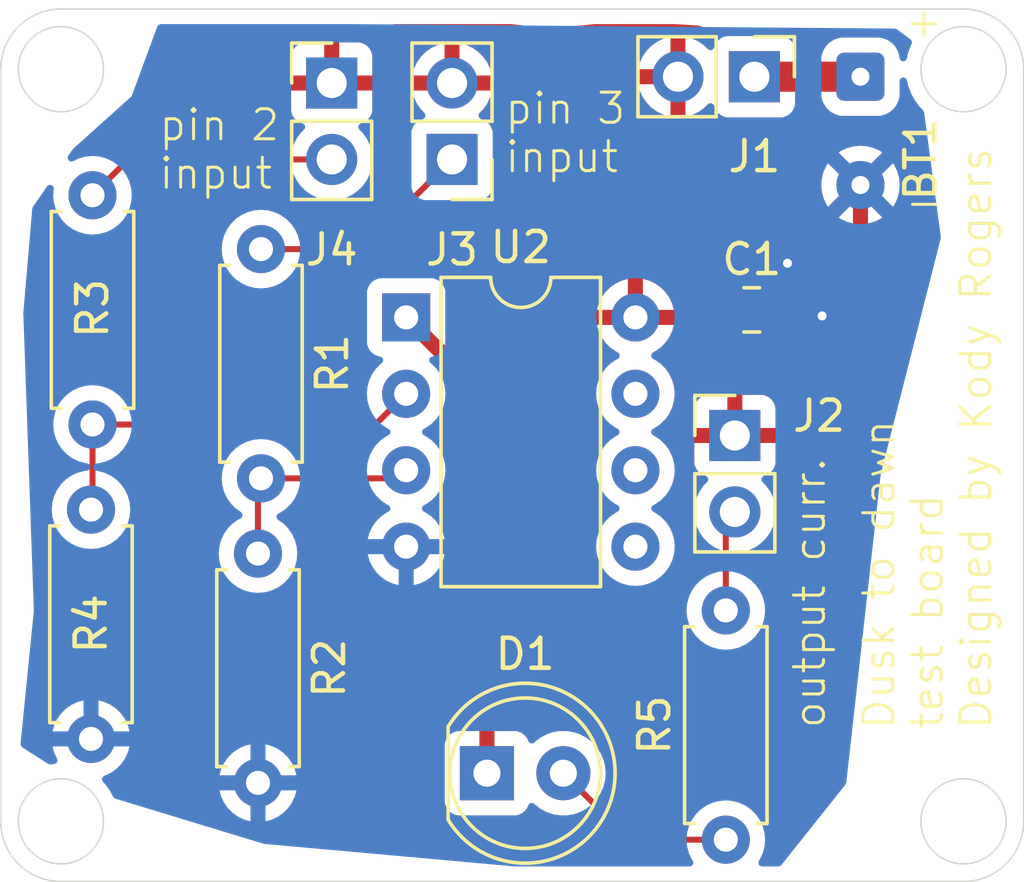
<source format=kicad_pcb>
(kicad_pcb (version 20240108) (generator "pcbnew") (generator_version "8.0")
  (layers (0 "F.Cu" signal) (31 "B.Cu" signal) (34 "B.Paste" user) (35 "F.Paste" user) (36 "B.SilkS" user "B.Silkscreen") (37 "F.SilkS" user "F.Silkscreen") (38 "B.Mask" user) (39 "F.Mask" user) (44 "Edge.Cuts" user))
  (net 0 "")
  (net 1 "GND")
  (net 2 "Net-(D1-A)")
  (net 3 "Net-(J2-Pin_2)")
  (net 4 "Net-(BT1-+)")
  (net 5 "Net-(J3-Pin_1)")
  (net 6 "Net-(J4-Pin_2)")
  (net 7 "3V")
  (net 8 "Net-(D1-K)")
  (net 9 "Net-(U2-+)")
  (net 10 "Net-(U2--)")
  (footprint "Connector_PinHeader_2.54mm:PinHeader_1x02_P2.54mm_Vertical" (layer "F.Cu") (at 170.05 92.25 -90)
    (property "Reference" "J1" (at 2.65 0 0) (layer "F.SilkS"))
    (property "Value" "Conn_01x02_Pin" (hide yes))
    (fp_line (start -1.33 3.87) (end 1.33 3.87) (stroke (width 0.12)) (layer "F.SilkS"))
    (fp_line (start -1.33 1.27) (end -1.33 3.87) (stroke (width 0.12)) (layer "F.SilkS"))
    (fp_line (start -1.33 1.27) (end 1.33 1.27) (stroke (width 0.12)) (layer "F.SilkS"))
    (fp_line (start 1.33 1.27) (end 1.33 3.87) (stroke (width 0.12)) (layer "F.SilkS"))
    (fp_line (start -1.33 0) (end -1.33 -1.33) (stroke (width 0.12)) (layer "F.SilkS"))
    (fp_line (start -1.33 -1.33) (end 0 -1.33) (stroke (width 0.12)) (layer "F.SilkS"))
    (pad "1" thru_hole rect (at 0 0 270) (size 1.7 1.7) (drill 1) (layers "*.Cu" "*.Mask") (net 4 "Net-(BT1-+)"))
    (pad "2" thru_hole oval (at 0 2.54 270) (size 1.7 1.7) (drill 1) (layers "*.Cu" "*.Mask") (net 7 "3V"))
  )
  (footprint "Connector_Wire:SolderWire-0.1sqmm_1x02_P3.6mm_D0.4mm_OD1mm" (layer "F.Cu") (at 173.575 92.25 -90)
    (property "Reference" "BT1" (at 2.75 -2 -90) (layer "F.SilkS"))
    (property "Value" "Battery_Cell" (hide yes))
    (pad "1" thru_hole roundrect (at 0 0 270) (size 1.6 1.6) (drill 0.6) (layers "*.Cu" "*.Mask") (roundrect_rratio 0.15625) (net 4 "Net-(BT1-+)"))
    (pad "2" thru_hole circle (at 3.6 0 270) (size 1.6 1.6) (drill 0.6) (layers "*.Cu" "*.Mask") (net 1 "GND"))
  )
  (footprint "Package_DIP:DIP-8_W7.62mm" (layer "F.Cu") (at 158.475 100.25)
    (property "Reference" "U2" (at 3.81 -2.33 0) (layer "F.SilkS"))
    (property "Value" "TLC372CP")
    (fp_line (start 1.16 -1.33) (end 1.16 8.95) (stroke (width 0.12)) (layer "F.SilkS"))
    (fp_line (start 1.16 8.95) (end 6.46 8.95) (stroke (width 0.12)) (layer "F.SilkS"))
    (fp_line (start 2.81 -1.33) (end 1.16 -1.33) (stroke (width 0.12)) (layer "F.SilkS"))
    (fp_line (start 6.46 -1.33) (end 4.81 -1.33) (stroke (width 0.12)) (layer "F.SilkS"))
    (fp_line (start 6.46 8.95) (end 6.46 -1.33) (stroke (width 0.12)) (layer "F.SilkS"))
    (fp_arc (start 4.81 -1.33) (mid 3.81 -0.33) (end 2.81 -1.33) (stroke (width 0.12)) (layer "F.SilkS"))
    (pad "1" thru_hole rect (at 0 0) (size 1.6 1.6) (drill 0.8) (layers "*.Cu" "*.Mask") (net 8 "Net-(D1-K)"))
    (pad "2" thru_hole oval (at 0 2.54) (size 1.6 1.6) (drill 0.8) (layers "*.Cu" "*.Mask") (net 10 "Net-(U2--)"))
    (pad "3" thru_hole oval (at 0 5.08) (size 1.6 1.6) (drill 0.8) (layers "*.Cu" "*.Mask") (net 9 "Net-(U2-+)"))
    (pad "4" thru_hole oval (at 0 7.62) (size 1.6 1.6) (drill 0.8) (layers "*.Cu" "*.Mask") (net 1 "GND"))
    (pad "5" thru_hole oval (at 7.62 7.62) (size 1.6 1.6) (drill 0.8) (layers "*.Cu" "*.Mask"))
    (pad "6" thru_hole oval (at 7.62 5.08) (size 1.6 1.6) (drill 0.8) (layers "*.Cu" "*.Mask"))
    (pad "7" thru_hole oval (at 7.62 2.54) (size 1.6 1.6) (drill 0.8) (layers "*.Cu" "*.Mask"))
    (pad "8" thru_hole oval (at 7.62 0) (size 1.6 1.6) (drill 0.8) (layers "*.Cu" "*.Mask") (net 7 "3V"))
  )
  (footprint "LED_THT:LED_D5.0mm" (layer "F.Cu") (at 161.16 115.4)
    (property "Reference" "D1" (at 1.27 -3.96 360) (layer "F.SilkS"))
    (property "Value" "LED" (hide yes))
    (fp_line (start -1.29 -1.545) (end -1.29 1.545) (stroke (width 0.12)) (layer "F.SilkS"))
    (fp_arc (start -1.29 -1.54483) (mid 2.072002 -2.880433) (end 4.26 0.000462) (stroke (width 0.12)) (layer "F.SilkS"))
    (fp_arc (start 4.26 -0.000462) (mid 2.072002 2.880433) (end -1.29 1.54483) (stroke (width 0.12)) (layer "F.SilkS"))
    (fp_circle (center 1.27 0) (end 3.77 0) (stroke (width 0.12)) (fill none) (layer "F.SilkS"))
    (pad "1" thru_hole rect (at 0 0) (size 1.8 1.8) (drill 0.9) (layers "*.Cu" "*.Mask") (net 8 "Net-(D1-K)"))
    (pad "2" thru_hole circle (at 2.54 0) (size 1.8 1.8) (drill 0.9) (layers "*.Cu" "*.Mask") (net 2 "Net-(D1-A)"))
  )
  (footprint "Resistor_THT:R_Axial_DIN0207_L6.3mm_D2.5mm_P7.62mm_Horizontal" (layer "F.Cu") (at 148.05 96.19 -90)
    (property "Reference" "R3" (at 3.76 0 90) (layer "F.SilkS"))
    (property "Value" "33k" (hide yes))
    (fp_line (start 0.54 1.37) (end 7.08 1.37) (stroke (width 0.12)) (layer "F.SilkS"))
    (fp_line (start 7.08 1.37) (end 7.08 1.04) (stroke (width 0.12)) (layer "F.SilkS"))
    (fp_line (start 0.54 1.04) (end 0.54 1.37) (stroke (width 0.12)) (layer "F.SilkS"))
    (fp_line (start 0.54 -1.04) (end 0.54 -1.37) (stroke (width 0.12)) (layer "F.SilkS"))
    (fp_line (start 0.54 -1.37) (end 7.08 -1.37) (stroke (width 0.12)) (layer "F.SilkS"))
    (fp_line (start 7.08 -1.37) (end 7.08 -1.04) (stroke (width 0.12)) (layer "F.SilkS"))
    (pad "1" thru_hole circle (at 0 0 270) (size 1.6 1.6) (drill 0.8) (layers "*.Cu" "*.Mask") (net 6 "Net-(J4-Pin_2)"))
    (pad "2" thru_hole oval (at 7.62 0 270) (size 1.6 1.6) (drill 0.8) (layers "*.Cu" "*.Mask") (net 10 "Net-(U2--)"))
  )
  (footprint "Connector_PinHeader_2.54mm:PinHeader_1x02_P2.54mm_Vertical" (layer "F.Cu") (at 156 92.46)
    (property "Reference" "J4" (at 0 5.54 360) (layer "F.SilkS"))
    (property "Value" "Conn_01x02_Pin" (hide yes))
    (fp_line (start -1.33 -1.33) (end 0 -1.33) (stroke (width 0.12)) (layer "F.SilkS"))
    (fp_line (start -1.33 0) (end -1.33 -1.33) (stroke (width 0.12)) (layer "F.SilkS"))
    (fp_line (start -1.33 1.27) (end -1.33 3.87) (stroke (width 0.12)) (layer "F.SilkS"))
    (fp_line (start -1.33 1.27) (end 1.33 1.27) (stroke (width 0.12)) (layer "F.SilkS"))
    (fp_line (start -1.33 3.87) (end 1.33 3.87) (stroke (width 0.12)) (layer "F.SilkS"))
    (fp_line (start 1.33 1.27) (end 1.33 3.87) (stroke (width 0.12)) (layer "F.SilkS"))
    (pad "1" thru_hole rect (at 0 0) (size 1.7 1.7) (drill 1) (layers "*.Cu" "*.Mask") (net 7 "3V"))
    (pad "2" thru_hole oval (at 0 2.54) (size 1.7 1.7) (drill 1) (layers "*.Cu" "*.Mask") (net 6 "Net-(J4-Pin_2)"))
  )
  (footprint "Resistor_THT:R_Axial_DIN0207_L6.3mm_D2.5mm_P7.62mm_Horizontal" (layer "F.Cu") (at 148 106.64 -90)
    (property "Reference" "R4" (at 3.795 0 90) (layer "F.SilkS"))
    (property "Value" "330k" (hide yes))
    (fp_line (start 0.54 1.37) (end 7.08 1.37) (stroke (width 0.12)) (layer "F.SilkS"))
    (fp_line (start 7.08 1.37) (end 7.08 1.04) (stroke (width 0.12)) (layer "F.SilkS"))
    (fp_line (start 0.54 1.04) (end 0.54 1.37) (stroke (width 0.12)) (layer "F.SilkS"))
    (fp_line (start 0.54 -1.04) (end 0.54 -1.37) (stroke (width 0.12)) (layer "F.SilkS"))
    (fp_line (start 0.54 -1.37) (end 7.08 -1.37) (stroke (width 0.12)) (layer "F.SilkS"))
    (fp_line (start 7.08 -1.37) (end 7.08 -1.04) (stroke (width 0.12)) (layer "F.SilkS"))
    (pad "1" thru_hole circle (at 0 0 270) (size 1.6 1.6) (drill 0.8) (layers "*.Cu" "*.Mask") (net 10 "Net-(U2--)"))
    (pad "2" thru_hole oval (at 7.62 0 270) (size 1.6 1.6) (drill 0.8) (layers "*.Cu" "*.Mask") (net 1 "GND"))
  )
  (footprint "Connector_PinHeader_2.54mm:PinHeader_1x02_P2.54mm_Vertical" (layer "F.Cu") (at 169.4 104.175)
    (property "Reference" "J2" (at 2.8 -0.65 360) (layer "F.SilkS"))
    (property "Value" "Conn_01x02_Pin" (hide yes))
    (fp_line (start -1.33 -1.33) (end 0 -1.33) (stroke (width 0.12)) (layer "F.SilkS"))
    (fp_line (start -1.33 0) (end -1.33 -1.33) (stroke (width 0.12)) (layer "F.SilkS"))
    (fp_line (start -1.33 1.27) (end -1.33 3.87) (stroke (width 0.12)) (layer "F.SilkS"))
    (fp_line (start -1.33 1.27) (end 1.33 1.27) (stroke (width 0.12)) (layer "F.SilkS"))
    (fp_line (start -1.33 3.87) (end 1.33 3.87) (stroke (width 0.12)) (layer "F.SilkS"))
    (fp_line (start 1.33 1.27) (end 1.33 3.87) (stroke (width 0.12)) (layer "F.SilkS"))
    (pad "1" thru_hole rect (at 0 0) (size 1.7 1.7) (drill 1) (layers "*.Cu" "*.Mask") (net 7 "3V"))
    (pad "2" thru_hole oval (at 0 2.54) (size 1.7 1.7) (drill 1) (layers "*.Cu" "*.Mask") (net 3 "Net-(J2-Pin_2)"))
  )
  (footprint "Resistor_THT:R_Axial_DIN0207_L6.3mm_D2.5mm_P7.62mm_Horizontal" (layer "F.Cu") (at 153.65 97.98 -90)
    (property "Reference" "R1" (at 3.81 -2.37 90) (layer "F.SilkS"))
    (property "Value" "R_Photo")
    (fp_line (start 0.54 1.37) (end 7.08 1.37) (stroke (width 0.12)) (layer "F.SilkS"))
    (fp_line (start 7.08 1.37) (end 7.08 1.04) (stroke (width 0.12)) (layer "F.SilkS"))
    (fp_line (start 0.54 1.04) (end 0.54 1.37) (stroke (width 0.12)) (layer "F.SilkS"))
    (fp_line (start 0.54 -1.04) (end 0.54 -1.37) (stroke (width 0.12)) (layer "F.SilkS"))
    (fp_line (start 0.54 -1.37) (end 7.08 -1.37) (stroke (width 0.12)) (layer "F.SilkS"))
    (fp_line (start 7.08 -1.37) (end 7.08 -1.04) (stroke (width 0.12)) (layer "F.SilkS"))
    (pad "1" thru_hole circle (at 0 0 270) (size 1.6 1.6) (drill 0.8) (layers "*.Cu" "*.Mask") (net 5 "Net-(J3-Pin_1)"))
    (pad "2" thru_hole oval (at 7.62 0 270) (size 1.6 1.6) (drill 0.8) (layers "*.Cu" "*.Mask") (net 9 "Net-(U2-+)"))
  )
  (footprint "Resistor_THT:R_Axial_DIN0207_L6.3mm_D2.5mm_P7.62mm_Horizontal" (layer "F.Cu") (at 169.1 117.61 90)
    (property "Reference" "R5" (at 3.81 -2.37 90) (layer "F.SilkS"))
    (property "Value" "680")
    (fp_line (start 7.08 -1.37) (end 7.08 -1.04) (stroke (width 0.12)) (layer "F.SilkS"))
    (fp_line (start 0.54 -1.37) (end 7.08 -1.37) (stroke (width 0.12)) (layer "F.SilkS"))
    (fp_line (start 0.54 -1.04) (end 0.54 -1.37) (stroke (width 0.12)) (layer "F.SilkS"))
    (fp_line (start 0.54 1.04) (end 0.54 1.37) (stroke (width 0.12)) (layer "F.SilkS"))
    (fp_line (start 7.08 1.37) (end 7.08 1.04) (stroke (width 0.12)) (layer "F.SilkS"))
    (fp_line (start 0.54 1.37) (end 7.08 1.37) (stroke (width 0.12)) (layer "F.SilkS"))
    (pad "1" thru_hole circle (at 0 0 90) (size 1.6 1.6) (drill 0.8) (layers "*.Cu" "*.Mask") (net 2 "Net-(D1-A)"))
    (pad "2" thru_hole oval (at 7.62 0 90) (size 1.6 1.6) (drill 0.8) (layers "*.Cu" "*.Mask") (net 3 "Net-(J2-Pin_2)"))
  )
  (footprint "Resistor_THT:R_Axial_DIN0207_L6.3mm_D2.5mm_P7.62mm_Horizontal" (layer "F.Cu") (at 153.55 108.1 -90)
    (property "Reference" "R2" (at 3.81 -2.37 90) (layer "F.SilkS"))
    (property "Value" "330k" (hide yes))
    (fp_line (start 0.54 1.37) (end 7.08 1.37) (stroke (width 0.12)) (layer "F.SilkS"))
    (fp_line (start 7.08 1.37) (end 7.08 1.04) (stroke (width 0.12)) (layer "F.SilkS"))
    (fp_line (start 0.54 1.04) (end 0.54 1.37) (stroke (width 0.12)) (layer "F.SilkS"))
    (fp_line (start 0.54 -1.04) (end 0.54 -1.37) (stroke (width 0.12)) (layer "F.SilkS"))
    (fp_line (start 0.54 -1.37) (end 7.08 -1.37) (stroke (width 0.12)) (layer "F.SilkS"))
    (fp_line (start 7.08 -1.37) (end 7.08 -1.04) (stroke (width 0.12)) (layer "F.SilkS"))
    (pad "1" thru_hole circle (at 0 0 270) (size 1.6 1.6) (drill 0.8) (layers "*.Cu" "*.Mask") (net 9 "Net-(U2-+)"))
    (pad "2" thru_hole oval (at 7.62 0 270) (size 1.6 1.6) (drill 0.8) (layers "*.Cu" "*.Mask") (net 1 "GND"))
  )
  (footprint "Capacitor_SMD:C_0805_2012Metric_Pad1.18x1.45mm_HandSolder" (layer "F.Cu") (at 169.9625 100)
    (property "Reference" "C1" (at 0 -1.68 360) (layer "F.SilkS"))
    (property "Value" "0.01u")
    (fp_line (start -0.261252 -0.735) (end 0.261252 -0.735) (stroke (width 0.12)) (layer "F.SilkS"))
    (fp_line (start -0.261252 0.735) (end 0.261252 0.735) (stroke (width 0.12)) (layer "F.SilkS"))
    (pad "1" smd roundrect (at -1.0375 0) (size 1.175 1.45) (layers "F.Cu" "F.Paste" "F.Mask") (roundrect_rratio 0.212766) (net 7 "3V"))
    (pad "2" smd roundrect (at 1.0375 0) (size 1.175 1.45) (layers "F.Cu" "F.Paste" "F.Mask") (roundrect_rratio 0.212766) (net 1 "GND"))
  )
  (footprint "Connector_PinHeader_2.54mm:PinHeader_1x02_P2.54mm_Vertical" (layer "F.Cu") (at 160 95 180)
    (property "Reference" "J3" (at 0 -3 360) (layer "F.SilkS"))
    (property "Value" "Conn_01x02_Pin" (hide yes))
    (fp_line (start 1.33 1.27) (end 1.33 3.87) (stroke (width 0.12)) (layer "F.SilkS"))
    (fp_line (start -1.33 3.87) (end 1.33 3.87) (stroke (width 0.12)) (layer "F.SilkS"))
    (fp_line (start -1.33 1.27) (end 1.33 1.27) (stroke (width 0.12)) (layer "F.SilkS"))
    (fp_line (start -1.33 1.27) (end -1.33 3.87) (stroke (width 0.12)) (layer "F.SilkS"))
    (fp_line (start -1.33 0) (end -1.33 -1.33) (stroke (width 0.12)) (layer "F.SilkS"))
    (fp_line (start -1.33 -1.33) (end 0 -1.33) (stroke (width 0.12)) (layer "F.SilkS"))
    (pad "1" thru_hole rect (at 0 0 180) (size 1.7 1.7) (drill 1) (layers "*.Cu" "*.Mask") (net 5 "Net-(J3-Pin_1)"))
    (pad "2" thru_hole oval (at 0 2.54 180) (size 1.7 1.7) (drill 1) (layers "*.Cu" "*.Mask") (net 7 "3V"))
  )
  (gr_line (start 147 90) (end 177 90) (stroke (width 0.05)) (layer "Edge.Cuts"))
  (gr_line (start 177 119) (end 147 119) (stroke (width 0.05)) (layer "Edge.Cuts"))
  (gr_circle (center 147 92) (end 146 91) (stroke (width 0.05)) (fill none) (layer "Edge.Cuts"))
  (gr_line (start 145 117) (end 145 92) (stroke (width 0.05)) (layer "Edge.Cuts"))
  (gr_arc (start 147 119) (mid 145.585786 118.414214) (end 145 117) (stroke (width 0.05)) (layer "Edge.Cuts"))
  (gr_circle (center 177 117) (end 178 118) (stroke (width 0.05)) (fill none) (layer "Edge.Cuts"))
  (gr_arc (start 145 92) (mid 145.585786 90.585786) (end 147 90) (stroke (width 0.05)) (layer "Edge.Cuts"))
  (gr_circle (center 177 92) (end 178 91) (stroke (width 0.05)) (fill none) (layer "Edge.Cuts"))
  (gr_line (start 179 92) (end 179 117) (stroke (width 0.05)) (layer "Edge.Cuts"))
  (gr_circle (center 147 117) (end 146 118) (stroke (width 0.05)) (fill none) (layer "Edge.Cuts"))
  (gr_arc (start 179 117) (mid 178.414214 118.414214) (end 177 119) (stroke (width 0.05)) (layer "Edge.Cuts"))
  (gr_arc (start 177 90) (mid 178.414214 90.585786) (end 179 92) (stroke (width 0.05)) (layer "Edge.Cuts"))
  (gr_text "pin 3 \ninput" (at 161.7 95.5 0) (layer "F.SilkS") (effects (font (size 1 1) (thickness 0.1)) (justify left bottom)))
  (gr_text "+" (at 175 91 0) (layer "F.SilkS") (effects (font (size 1 1) (thickness 0.1)) (justify left bottom)))
  (gr_text "-" (at 175 97 0) (layer "F.SilkS") (effects (font (size 1 1) (thickness 0.1)) (justify left bottom)))
  (gr_text "output curr." (at 172.475 113.975 90) (layer "F.SilkS") (effects (font (size 1 1) (thickness 0.1)) (justify left bottom)))
  (gr_text "pin 2\ninput" (at 150.2 96.05 0) (layer "F.SilkS") (effects (font (size 1 1) (thickness 0.1)) (justify left bottom)))
  (gr_text "Dusk to dawn \ntest board\nDesigned by Kody Rogers" (at 178 114 90) (layer "F.SilkS") (effects (font (size 1 1) (thickness 0.1)) (justify left bottom)))
  (segment (start 172.7 98.3) (end 172.8 98.3) (width 0.5) (layer "F.Cu") (net 1))
  (segment (start 172.1 98.9) (end 172.7 98.3) (width 0.5) (layer "F.Cu") (net 1))
  (segment (start 172.1 98.95) (end 172.1 98.9) (width 0.5) (layer "F.Cu") (net 1))
  (segment (start 172.8 98.3) (end 172.8 98.2) (width 0.5) (layer "F.Cu") (net 1))
  (segment (start 171 100) (end 172.05 98.95) (width 0.5) (layer "F.Cu") (net 1))
  (segment (start 172.8 98.2) (end 173.575 97.425) (width 0.5) (layer "F.Cu") (net 1))
  (segment (start 173.575 97.425) (end 173.575 95.85) (width 0.5) (layer "F.Cu") (net 1))
  (segment (start 172.05 98.95) (end 172.1 98.95) (width 0.5) (layer "F.Cu") (net 1))
  (via (at 172.3 100.2) (size 0.6) (drill 0.3) (layers "F.Cu" "B.Cu") (net 1))
  (via (at 171.15 98.45) (size 0.6) (drill 0.3) (layers "F.Cu" "B.Cu") (net 1))
  (segment (start 165.91 117.61) (end 169.1 117.61) (width 0.2) (layer "F.Cu") (net 2))
  (segment (start 163.7 115.4) (end 165.91 117.61) (width 0.2) (layer "F.Cu") (net 2))
  (segment (start 169.1 107.015) (end 169.4 106.715) (width 0.2) (layer "F.Cu") (net 3))
  (segment (start 169.1 109.99) (end 169.1 107.015) (width 0.2) (layer "F.Cu") (net 3))
  (segment (start 173.575 92.25) (end 170.05 92.25) (width 1) (layer "F.Cu") (net 4))
  (segment (start 157.02 97.98) (end 153.65 97.98) (width 0.2) (layer "F.Cu") (net 5))
  (segment (start 160 95) (end 157.02 97.98) (width 0.2) (layer "F.Cu") (net 5))
  (segment (start 156 95) (end 149.24 95) (width 0.2) (layer "F.Cu") (net 6))
  (segment (start 149.24 95) (end 148.05 96.19) (width 0.2) (layer "F.Cu") (net 6))
  (segment (start 161.16 115.4) (end 161.16 102.935) (width 0.5) (layer "F.Cu") (net 8))
  (segment (start 161.16 102.935) (end 158.475 100.25) (width 0.5) (layer "F.Cu") (net 8))
  (segment (start 153.65 105.6) (end 153.65 105.75) (width 0.2) (layer "F.Cu") (net 9))
  (segment (start 158.205 105.6) (end 158.475 105.33) (width 0.2) (layer "F.Cu") (net 9))
  (segment (start 153.65 105.75) (end 153.55 105.85) (width 0.2) (layer "F.Cu") (net 9))
  (segment (start 153.55 105.85) (end 153.55 108.1) (width 0.2) (layer "F.Cu") (net 9))
  (segment (start 153.65 105.6) (end 158.205 105.6) (width 0.2) (layer "F.Cu") (net 9))
  (segment (start 157.455 103.81) (end 158.475 102.79) (width 0.2) (layer "F.Cu") (net 10))
  (segment (start 148.05 103.81) (end 157.455 103.81) (width 0.2) (layer "F.Cu") (net 10))
  (segment (start 148.05 106.59) (end 148 106.64) (width 0.2) (layer "F.Cu") (net 10))
  (segment (start 148.05 103.81) (end 148.05 106.59) (width 0.2) (layer "F.Cu") (net 10))
  (zone (net 1) (net_name "GND") (layer "F.Cu") (connect_pads (clearance 0.5)) (min_thickness 0.25) (fill yes (thermal_gap 0.5) (thermal_bridge_width 0.5))
    (polygon (pts (xy 171.85 94.6) (xy 174.9 94.65) (xy 174.7 97.7) (xy 172.6 100.9) (xy 170.5 101.35) (xy 170.25 100.65) (xy 170.35 98.45)))
  )
  (zone (net 7) (net_name "3V") (layer "F.Cu") (priority 1) (connect_pads (clearance 0.5)) (min_thickness 0.25) (fill yes (thermal_gap 0.5) (thermal_bridge_width 0.5))
    (polygon (pts (xy 169.05 95.4) (xy 169.4 96.8) (xy 169.3 98.25) (xy 169.7 99.95) (xy 169.7 101.3) (xy 171.45 103.5) (xy 170.9 104.85) (xy 169.4 105.75) (xy 167.85 105.45) (xy 163.5 100.85) (xy 163.45 97.75) (xy 163.8 94.65) (xy 158.4 93.5) (xy 154.05 93.6) (xy 153 91.25) (xy 159.8 90.25) (xy 163.25 90.65) (xy 165.75 90.4) (xy 168.2 90.55) (xy 169.05 90.85) (xy 169.1 94.65)))
  )
  (zone (net 1) (net_name "GND") (layer "B.Cu") (priority 2) (connect_pads (clearance 0.5)) (min_thickness 0.25) (fill yes (thermal_gap 0.5) (thermal_bridge_width 0.5))
    (polygon (pts (xy 174.75 90.65) (xy 150.25 90.45) (xy 149.35 92.9) (xy 147.4 94.65) (xy 146.05 96.6) (xy 145.75 100.1) (xy 146.1 110) (xy 145.65 114.5) (xy 148 116) (xy 153.75 117.75) (xy 162.1 118.5) (xy 170.75 118.7) (xy 173.1 115.75) (xy 174.25 105.45) (xy 176.25 97.6) (xy 175.7 93.5) (xy 175.3 91.05)))
  )
)
</source>
